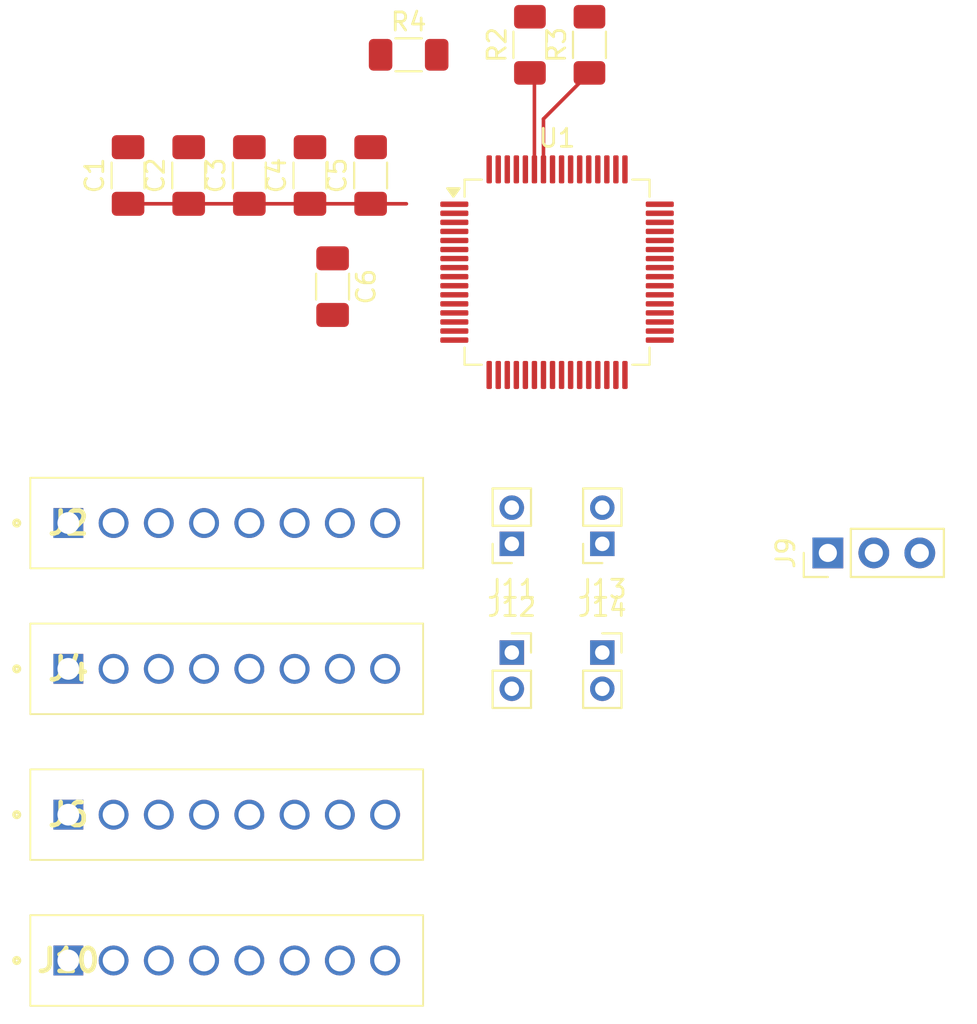
<source format=kicad_pcb>
(kicad_pcb (version 20240108) (generator "pcbnew") (generator_version "8.0")
  (layers (0 "F.Cu" signal) (31 "B.Cu" signal) (34 "B.Paste" user) (35 "F.Paste" user) (36 "B.SilkS" user "B.Silkscreen") (37 "F.SilkS" user "F.Silkscreen") (38 "B.Mask" user) (39 "F.Mask" user) (44 "Edge.Cuts" user))
  (net 0 "")
  (net 1 "+3.3V")
  (net 2 "GND")
  (net 3 "NRST")
  (net 4 "RES1")
  (net 5 "DC1")
  (net 6 "scl")
  (net 7 "sda")
  (net 8 "GPIO1")
  (net 14 "GPIO5")
  (net 16 "GPIO8")
  (net 18 "DC4")
  (net 20 "RES2")
  (net 21 "GPIO6")
  (net 25 "Net-(U1-BOOT0)")
  (net 28 "SCLK")
  (net 29 "GPIO3")
  (net 31 "SWCLK")
  (net 33 "RES3")
  (net 36 "GPIO7")
  (net 37 "DC2")
  (net 44 "SWDIO")
  (net 45 "MOSI")
  (net 49 "GPIO2")
  (net 53 "GPIO4")
  (net 56 "DC3")
  (net 57 "CS{slash}SS")
  (net 58 "RES4")
  (net 61 "/SW_BOOT0")
  (footprint "Connector_PinHeader_2.54mm:PinHeader_1x03_P2.54mm_Vertical" (layer "F.Cu") (at 150.96 85.5 90)
    (property "Reference" "J9" (at 0 -2.33 90) (layer "F.SilkS"))
    (property "Value" "Conn_01x03")
    (fp_line (start -1.33 -1.33) (end 0 -1.33) (stroke (width 0.12)) (layer "F.SilkS"))
    (fp_line (start -1.33 0) (end -1.33 -1.33) (stroke (width 0.12)) (layer "F.SilkS"))
    (fp_line (start 1.33 1.27) (end 1.33 6.41) (stroke (width 0.12)) (layer "F.SilkS"))
    (fp_line (start -1.33 1.27) (end 1.33 1.27) (stroke (width 0.12)) (layer "F.SilkS"))
    (fp_line (start -1.33 1.27) (end -1.33 6.41) (stroke (width 0.12)) (layer "F.SilkS"))
    (fp_line (start -1.33 6.41) (end 1.33 6.41) (stroke (width 0.12)) (layer "F.SilkS"))
    (pad "1" thru_hole rect (at 0 0 90) (size 1.7 1.7) (drill 1) (layers "*.Cu" "*.Mask") (net 31 "SWCLK"))
    (pad "2" thru_hole oval (at 0 2.54 90) (size 1.7 1.7) (drill 1) (layers "*.Cu" "*.Mask") (net 44 "SWDIO"))
    (pad "3" thru_hole oval (at 0 5.08 90) (size 1.7 1.7) (drill 1) (layers "*.Cu" "*.Mask") (net 3 "NRST"))
  )
  (footprint "ConnectorPT:1778612" (layer "F.Cu") (at 109 91.9)
    (property "Reference" "J4" (at 0 0 0) (layer "F.SilkS") (effects (font (size 1.27 1.27) (thickness 0.254))))
    (property "Value" "Conn_01x08" (hide yes))
    (fp_line (start -2.1 -2.5) (end 19.6 -2.5) (stroke (width 0.1)) (layer "F.SilkS"))
    (fp_line (start -2.1 2.5) (end -2.1 -2.5) (stroke (width 0.1)) (layer "F.SilkS"))
    (fp_line (start 19.6 -2.5) (end 19.6 2.5) (stroke (width 0.1)) (layer "F.SilkS"))
    (fp_line (start 19.6 2.5) (end -2.1 2.5) (stroke (width 0.1)) (layer "F.SilkS"))
    (fp_circle (center -2.85 0) (end -2.85 0.05) (stroke (width 0.2)) (fill none) (layer "F.SilkS"))
    (pad "1" thru_hole rect (at 0 0) (size 1.65 1.65) (drill 1.2) (layers "*.Cu" "*.Mask") (net 2 "GND"))
    (pad "2" thru_hole circle (at 2.5 0) (size 1.65 1.65) (drill 1.2) (layers "*.Cu" "*.Mask") (net 57 "CS{slash}SS"))
    (pad "3" thru_hole circle (at 5 0) (size 1.65 1.65) (drill 1.2) (layers "*.Cu" "*.Mask") (net 56 "DC3"))
    (pad "4" thru_hole circle (at 7.5 0) (size 1.65 1.65) (drill 1.2) (layers "*.Cu" "*.Mask") (net 33 "RES3"))
    (pad "5" thru_hole circle (at 10 0) (size 1.65 1.65) (drill 1.2) (layers "*.Cu" "*.Mask"))
    (pad "6" thru_hole circle (at 12.5 0) (size 1.65 1.65) (drill 1.2) (layers "*.Cu" "*.Mask") (net 28 "SCLK"))
    (pad "7" thru_hole circle (at 15 0) (size 1.65 1.65) (drill 1.2) (layers "*.Cu" "*.Mask") (net 1 "+3.3V"))
    (pad "8" thru_hole circle (at 17.5 0) (size 1.65 1.65) (drill 1.2) (layers "*.Cu" "*.Mask") (net 14 "GPIO5"))
  )
  (footprint "Connector_PinSocket_2.00mm:PinSocket_1x02_P2.00mm_Vertical" (layer "F.Cu") (at 133.5 91)
    (property "Reference" "J12" (at 0 -2.5 0) (layer "F.SilkS"))
    (property "Value" "Conn_01x02")
    (fp_line (start -1.06 1) (end -1.06 3.06) (stroke (width 0.12)) (layer "F.SilkS"))
    (fp_line (start -1.06 1) (end 1.06 1) (stroke (width 0.12)) (layer "F.SilkS"))
    (fp_line (start -1.06 3.06) (end 1.06 3.06) (stroke (width 0.12)) (layer "F.SilkS"))
    (fp_line (start 0 -1.06) (end 1.06 -1.06) (stroke (width 0.12)) (layer "F.SilkS"))
    (fp_line (start 1.06 -1.06) (end 1.06 0) (stroke (width 0.12)) (layer "F.SilkS"))
    (fp_line (start 1.06 1) (end 1.06 3.06) (stroke (width 0.12)) (layer "F.SilkS"))
    (pad "1" thru_hole rect (at 0 0) (size 1.35 1.35) (drill 0.8) (layers "*.Cu" "*.Mask") (net 2 "GND"))
    (pad "2" thru_hole oval (at 0 2) (size 1.35 1.35) (drill 0.8) (layers "*.Cu" "*.Mask") (net 53 "GPIO4"))
  )
  (footprint "Capacitor_SMD:C_1206_3216Metric_Pad1.33x1.80mm_HandSolder" (layer "F.Cu") (at 119 64.6625 90)
    (property "Reference" "C3" (at 0 -1.85 90) (layer "F.SilkS"))
    (property "Value" "100n")
    (fp_line (start -0.711252 -0.91) (end 0.711252 -0.91) (stroke (width 0.12)) (layer "F.SilkS"))
    (fp_line (start -0.711252 0.91) (end 0.711252 0.91) (stroke (width 0.12)) (layer "F.SilkS"))
    (pad "1" smd roundrect (at -1.5625 0 90) (size 1.325 1.8) (layers "F.Cu" "F.Paste" "F.Mask") (roundrect_rratio 0.188679) (net 1 "+3.3V"))
    (pad "2" smd roundrect (at 1.5625 0 90) (size 1.325 1.8) (layers "F.Cu" "F.Paste" "F.Mask") (roundrect_rratio 0.188679) (net 2 "GND"))
  )
  (footprint "Capacitor_SMD:C_1206_3216Metric_Pad1.33x1.80mm_HandSolder" (layer "F.Cu") (at 123.6 70.8 -90)
    (property "Reference" "C6" (at 0 -1.85 90) (layer "F.SilkS"))
    (property "Value" "100n")
    (fp_line (start -0.711252 0.91) (end 0.711252 0.91) (stroke (width 0.12)) (layer "F.SilkS"))
    (fp_line (start -0.711252 -0.91) (end 0.711252 -0.91) (stroke (width 0.12)) (layer "F.SilkS"))
    (pad "1" smd roundrect (at -1.5625 0 270) (size 1.325 1.8) (layers "F.Cu" "F.Paste" "F.Mask") (roundrect_rratio 0.188679) (net 3 "NRST"))
    (pad "2" smd roundrect (at 1.5625 0 270) (size 1.325 1.8) (layers "F.Cu" "F.Paste" "F.Mask") (roundrect_rratio 0.188679) (net 2 "GND"))
  )
  (footprint "ConnectorPT:1778612" (layer "F.Cu") (at 109 108)
    (property "Reference" "J10" (at 0 0 360) (layer "F.SilkS") (effects (font (size 1.27 1.27) (thickness 0.254))))
    (property "Value" "Conn_01x08" (hide yes))
    (fp_line (start -2.1 -2.5) (end 19.6 -2.5) (stroke (width 0.1)) (layer "F.SilkS"))
    (fp_line (start -2.1 2.5) (end -2.1 -2.5) (stroke (width 0.1)) (layer "F.SilkS"))
    (fp_line (start 19.6 -2.5) (end 19.6 2.5) (stroke (width 0.1)) (layer "F.SilkS"))
    (fp_line (start 19.6 2.5) (end -2.1 2.5) (stroke (width 0.1)) (layer "F.SilkS"))
    (fp_circle (center -2.85 0) (end -2.85 0.05) (stroke (width 0.2)) (fill none) (layer "F.SilkS"))
    (pad "1" thru_hole rect (at 0 0) (size 1.65 1.65) (drill 1.2) (layers "*.Cu" "*.Mask") (net 2 "GND"))
    (pad "2" thru_hole circle (at 2.5 0) (size 1.65 1.65) (drill 1.2) (layers "*.Cu" "*.Mask") (net 57 "CS{slash}SS"))
    (pad "3" thru_hole circle (at 5 0) (size 1.65 1.65) (drill 1.2) (layers "*.Cu" "*.Mask") (net 5 "DC1"))
    (pad "4" thru_hole circle (at 7.5 0) (size 1.65 1.65) (drill 1.2) (layers "*.Cu" "*.Mask") (net 4 "RES1"))
    (pad "5" thru_hole circle (at 10 0) (size 1.65 1.65) (drill 1.2) (layers "*.Cu" "*.Mask"))
    (pad "6" thru_hole circle (at 12.5 0) (size 1.65 1.65) (drill 1.2) (layers "*.Cu" "*.Mask") (net 28 "SCLK"))
    (pad "7" thru_hole circle (at 15 0) (size 1.65 1.65) (drill 1.2) (layers "*.Cu" "*.Mask") (net 1 "+3.3V"))
    (pad "8" thru_hole circle (at 17.5 0) (size 1.65 1.65) (drill 1.2) (layers "*.Cu" "*.Mask") (net 8 "GPIO1"))
  )
  (footprint "Package_QFP:LQFP-64_10x10mm_P0.5mm" (layer "F.Cu") (at 136 70)
    (property "Reference" "U1" (at 0 -7.4 0) (layer "F.SilkS"))
    (property "Value" "STM32H523RETx")
    (fp_line (start -5.11 -5.11) (end -5.11 -4.16) (stroke (width 0.12)) (layer "F.SilkS"))
    (fp_line (start -5.11 5.11) (end -5.11 4.16) (stroke (width 0.12)) (layer "F.SilkS"))
    (fp_line (start -4.16 -5.11) (end -5.11 -5.11) (stroke (width 0.12)) (layer "F.SilkS"))
    (fp_line (start -4.16 5.11) (end -5.11 5.11) (stroke (width 0.12)) (layer "F.SilkS"))
    (fp_line (start 4.16 -5.11) (end 5.11 -5.11) (stroke (width 0.12)) (layer "F.SilkS"))
    (fp_line (start 4.16 5.11) (end 5.11 5.11) (stroke (width 0.12)) (layer "F.SilkS"))
    (fp_line (start 5.11 -5.11) (end 5.11 -4.16) (stroke (width 0.12)) (layer "F.SilkS"))
    (fp_line (start 5.11 5.11) (end 5.11 4.16) (stroke (width 0.12)) (layer "F.SilkS"))
    (fp_poly (pts (xy -5.725 -4.16) (xy -6.065 -4.63) (xy -5.385 -4.63) (xy -5.725 -4.16)) (stroke (width 0.12)) (fill solid) (layer "F.SilkS"))
    (pad "1" smd roundrect (at -5.675 -3.75) (size 1.55 0.3) (layers "F.Cu" "F.Paste" "F.Mask") (net 1 "+3.3V"))
    (pad "2" smd roundrect (at -5.675 -3.25) (size 1.55 0.3) (layers "F.Cu" "F.Paste" "F.Mask"))
    (pad "3" smd roundrect (at -5.675 -2.75) (size 1.55 0.3) (layers "F.Cu" "F.Paste" "F.Mask"))
    (pad "4" smd roundrect (at -5.675 -2.25) (size 1.55 0.3) (layers "F.Cu" "F.Paste" "F.Mask"))
    (pad "5" smd roundrect (at -5.675 -1.75) (size 1.55 0.3) (layers "F.Cu" "F.Paste" "F.Mask"))
    (pad "6" smd roundrect (at -5.675 -1.25) (size 1.55 0.3) (layers "F.Cu" "F.Paste" "F.Mask"))
    (pad "7" smd roundrect (at -5.675 -0.75) (size 1.55 0.3) (layers "F.Cu" "F.Paste" "F.Mask") (net 3 "NRST"))
    (pad "8" smd roundrect (at -5.675 -0.25) (size 1.55 0.3) (layers "F.Cu" "F.Paste" "F.Mask") (net 5 "DC1"))
    (pad "9" smd roundrect (at -5.675 0.25) (size 1.55 0.3) (layers "F.Cu" "F.Paste" "F.Mask") (net 37 "DC2"))
    (pad "10" smd roundrect (at -5.675 0.75) (size 1.55 0.3) (layers "F.Cu" "F.Paste" "F.Mask") (net 56 "DC3"))
    (pad "11" smd roundrect (at -5.675 1.25) (size 1.55 0.3) (layers "F.Cu" "F.Paste" "F.Mask") (net 18 "DC4"))
    (pad "12" smd roundrect (at -5.675 1.75) (size 1.55 0.3) (layers "F.Cu" "F.Paste" "F.Mask") (net 2 "GND"))
    (pad "13" smd roundrect (at -5.675 2.25) (size 1.55 0.3) (layers "F.Cu" "F.Paste" "F.Mask"))
    (pad "14" smd roundrect (at -5.675 2.75) (size 1.55 0.3) (layers "F.Cu" "F.Paste" "F.Mask"))
    (pad "15" smd roundrect (at -5.675 3.25) (size 1.55 0.3) (layers "F.Cu" "F.Paste" "F.Mask"))
    (pad "16" smd roundrect (at -5.675 3.75) (size 1.55 0.3) (layers "F.Cu" "F.Paste" "F.Mask"))
    (pad "17" smd roundrect (at -3.75 5.675) (size 0.3 1.55) (layers "F.Cu" "F.Paste" "F.Mask"))
    (pad "18" smd roundrect (at -3.25 5.675) (size 0.3 1.55) (layers "F.Cu" "F.Paste" "F.Mask") (net 2 "GND"))
    (pad "19" smd roundrect (at -2.75 5.675) (size 0.3 1.55) (layers "F.Cu" "F.Paste" "F.Mask") (net 1 "+3.3V"))
    (pad "20" smd roundrect (at -2.25 5.675) (size 0.3 1.55) (layers "F.Cu" "F.Paste" "F.Mask") (net 57 "CS{slash}SS"))
    (pad "21" smd roundrect (at -1.75 5.675) (size 0.3 1.55) (layers "F.Cu" "F.Paste" "F.Mask") (net 28 "SCLK"))
    (pad "22" smd roundrect (at -1.25 5.675) (size 0.3 1.55) (layers "F.Cu" "F.Paste" "F.Mask"))
    (pad "23" smd roundrect (at -0.75 5.675) (size 0.3 1.55) (layers "F.Cu" "F.Paste" "F.Mask") (net 45 "MOSI"))
    (pad "24" smd roundrect (at -0.25 5.675) (size 0.3 1.55) (layers "F.Cu" "F.Paste" "F.Mask"))
    (pad "25" smd roundrect (at 0.25 5.675) (size 0.3 1.55) (layers "F.Cu" "F.Paste" "F.Mask"))
    (pad "26" smd roundrect (at 0.75 5.675) (size 0.3 1.55) (layers "F.Cu" "F.Paste" "F.Mask") (net 8 "GPIO1"))
    (pad "27" smd roundrect (at 1.25 5.675) (size 0.3 1.55) (layers "F.Cu" "F.Paste" "F.Mask") (net 49 "GPIO2"))
    (pad "28" smd roundrect (at 1.75 5.675) (size 0.3 1.55) (layers "F.Cu" "F.Paste" "F.Mask") (net 29 "GPIO3"))
    (pad "29" smd roundrect (at 2.25 5.675) (size 0.3 1.55) (layers "F.Cu" "F.Paste" "F.Mask") (net 21 "GPIO6"))
    (pad "30" smd roundrect (at 2.75 5.675) (size 0.3 1.55) (layers "F.Cu" "F.Paste" "F.Mask"))
    (pad "31" smd roundrect (at 3.25 5.675) (size 0.3 1.55) (layers "F.Cu" "F.Paste" "F.Mask") (net 2 "GND"))
    (pad "32" smd roundrect (at 3.75 5.675) (size 0.3 1.55) (layers "F.Cu" "F.Paste" "F.Mask") (net 1 "+3.3V"))
    (pad "33" smd roundrect (at 5.675 3.75) (size 1.55 0.3) (layers "F.Cu" "F.Paste" "F.Mask") (net 36 "GPIO7"))
    (pad "34" smd roundrect (at 5.675 3.25) (size 1.55 0.3) (layers "F.Cu" "F.Paste" "F.Mask") (net 16 "GPIO8"))
    (pad "35" smd roundrect (at 5.675 2.75) (size 1.55 0.3) (layers "F.Cu" "F.Paste" "F.Mask"))
    (pad "36" smd roundrect (at 5.675 2.25) (size 1.55 0.3) (layers "F.Cu" "F.Paste" "F.Mask"))
    (pad "37" smd roundrect (at 5.675 1.75) (size 1.55 0.3) (layers "F.Cu" "F.Paste" "F.Mask"))
    (pad "38" smd roundrect (at 5.675 1.25) (size 1.55 0.3) (layers "F.Cu" "F.Paste" "F.Mask"))
    (pad "39" smd roundrect (at 5.675 0.75) (size 1.55 0.3) (layers "F.Cu" "F.Paste" "F.Mask"))
    (pad "40" smd roundrect (at 5.675 0.25) (size 1.55 0.3) (layers "F.Cu" "F.Paste" "F.Mask"))
    (pad "41" smd roundrect (at 5.675 -0.25) (size 1.55 0.3) (layers "F.Cu" "F.Paste" "F.Mask") (net 4 "RES1"))
    (pad "42" smd roundrect (at 5.675 -0.75) (size 1.55 0.3) (layers "F.Cu" "F.Paste" "F.Mask") (net 20 "RES2"))
    (pad "43" smd roundrect (at 5.675 -1.25) (size 1.55 0.3) (layers "F.Cu" "F.Paste" "F.Mask") (net 33 "RES3"))
    (pad "44" smd roundrect (at 5.675 -1.75) (size 1.55 0.3) (layers "F.Cu" "F.Paste" "F.Mask") (net 58 "RES4"))
    (pad "45" smd roundrect (at 5.675 -2.25) (size 1.55 0.3) (layers "F.Cu" "F.Paste" "F.Mask"))
    (pad "46" smd roundrect (at 5.675 -2.75) (size 1.55 0.3) (layers "F.Cu" "F.Paste" "F.Mask") (net 44 "SWDIO"))
    (pad "47" smd roundrect (at 5.675 -3.25) (size 1.55 0.3) (layers "F.Cu" "F.Paste" "F.Mask") (net 2 "GND"))
    (pad "48" smd roundrect (at 5.675 -3.75) (size 1.55 0.3) (layers "F.Cu" "F.Paste" "F.Mask") (net 1 "+3.3V"))
    (pad "49" smd roundrect (at 3.75 -5.675) (size 0.3 1.55) (layers "F.Cu" "F.Paste" "F.Mask") (net 31 "SWCLK"))
    (pad "50" smd roundrect (at 3.25 -5.675) (size 0.3 1.55) (layers "F.Cu" "F.Paste" "F.Mask"))
    (pad "51" smd roundrect (at 2.75 -5.675) (size 0.3 1.55) (layers "F.Cu" "F.Paste" "F.Mask"))
    (pad "52" smd roundrect (at 2.25 -5.675) (size 0.3 1.55) (layers "F.Cu" "F.Paste" "F.Mask"))
    (pad "53" smd roundrect (at 1.75 -5.675) (size 0.3 1.55) (layers "F.Cu" "F.Paste" "F.Mask"))
    (pad "54" smd roundrect (at 1.25 -5.675) (size 0.3 1.55) (layers "F.Cu" "F.Paste" "F.Mask"))
    (pad "55" smd roundrect (at 0.75 -5.675) (size 0.3 1.55) (layers "F.Cu" "F.Paste" "F.Mask"))
    (pad "56" smd roundrect (at 0.25 -5.675) (size 0.3 1.55) (layers "F.Cu" "F.Paste" "F.Mask"))
    (pad "57" smd roundrect (at -0.25 -5.675) (size 0.3 1.55) (layers "F.Cu" "F.Paste" "F.Mask") (net 53 "GPIO4"))
    (pad "58" smd roundrect (at -0.75 -5.675) (size 0.3 1.55) (layers "F.Cu" "F.Paste" "F.Mask") (net 7 "sda"))
    (pad "59" smd roundrect (at -1.25 -5.675) (size 0.3 1.55) (layers "F.Cu" "F.Paste" "F.Mask") (net 6 "scl"))
    (pad "60" smd roundrect (at -1.75 -5.675) (size 0.3 1.55) (layers "F.Cu" "F.Paste" "F.Mask") (net 25 "Net-(U1-BOOT0)"))
    (pad "61" smd roundrect (at -2.25 -5.675) (size 0.3 1.55) (layers "F.Cu" "F.Paste" "F.Mask") (net 14 "GPIO5"))
    (pad "62" smd roundrect (at -2.75 -5.675) (size 0.3 1.55) (layers "F.Cu" "F.Paste" "F.Mask"))
    (pad "63" smd roundrect (at -3.25 -5.675) (size 0.3 1.55) (layers "F.Cu" "F.Paste" "F.Mask") (net 2 "GND"))
    (pad "64" smd roundrect (at -3.75 -5.675) (size 0.3 1.55) (layers "F.Cu" "F.Paste" "F.Mask") (net 1 "+3.3V"))
  )
  (footprint "ConnectorPT:1778612" (layer "F.Cu") (at 109 99.95)
    (property "Reference" "J6" (at 0 0 0) (layer "F.SilkS") (effects (font (size 1.27 1.27) (thickness 0.254))))
    (property "Value" "Conn_01x08" (hide yes))
    (fp_line (start -2.1 -2.5) (end 19.6 -2.5) (stroke (width 0.1)) (layer "F.SilkS"))
    (fp_line (start -2.1 2.5) (end -2.1 -2.5) (stroke (width 0.1)) (layer "F.SilkS"))
    (fp_line (start 19.6 -2.5) (end 19.6 2.5) (stroke (width 0.1)) (layer "F.SilkS"))
    (fp_line (start 19.6 2.5) (end -2.1 2.5) (stroke (width 0.1)) (layer "F.SilkS"))
    (fp_circle (center -2.85 0) (end -2.85 0.05) (stroke (width 0.2)) (fill none) (layer "F.SilkS"))
    (pad "1" thru_hole rect (at 0 0) (size 1.65 1.65) (drill 1.2) (layers "*.Cu" "*.Mask") (net 2 "GND"))
    (pad "2" thru_hole circle (at 2.5 0) (size 1.65 1.65) (drill 1.2) (layers "*.Cu" "*.Mask") (net 57 "CS{slash}SS"))
    (pad "3" thru_hole circle (at 5 0) (size 1.65 1.65) (drill 1.2) (layers "*.Cu" "*.Mask") (net 18 "DC4"))
    (pad "4" thru_hole circle (at 7.5 0) (size 1.65 1.65) (drill 1.2) (layers "*.Cu" "*.Mask") (net 58 "RES4"))
    (pad "5" thru_hole circle (at 10 0) (size 1.65 1.65) (drill 1.2) (layers "*.Cu" "*.Mask"))
    (pad "6" thru_hole circle (at 12.5 0) (size 1.65 1.65) (drill 1.2) (layers "*.Cu" "*.Mask") (net 28 "SCLK"))
    (pad "7" thru_hole circle (at 15 0) (size 1.65 1.65) (drill 1.2) (layers "*.Cu" "*.Mask") (net 1 "+3.3V"))
    (pad "8" thru_hole circle (at 17.5 0) (size 1.65 1.65) (drill 1.2) (layers "*.Cu" "*.Mask") (net 36 "GPIO7"))
  )
  (footprint "Connector_PinSocket_2.00mm:PinSocket_1x02_P2.00mm_Vertical" (layer "F.Cu") (at 138.5 91)
    (property "Reference" "J14" (at 0 -2.5 360) (layer "F.SilkS"))
    (property "Value" "Conn_01x02")
    (fp_line (start -1.06 1) (end -1.06 3.06) (stroke (width 0.12)) (layer "F.SilkS"))
    (fp_line (start -1.06 1) (end 1.06 1) (stroke (width 0.12)) (layer "F.SilkS"))
    (fp_line (start -1.06 3.06) (end 1.06 3.06) (stroke (width 0.12)) (layer "F.SilkS"))
    (fp_line (start 0 -1.06) (end 1.06 -1.06) (stroke (width 0.12)) (layer "F.SilkS"))
    (fp_line (start 1.06 -1.06) (end 1.06 0) (stroke (width 0.12)) (layer "F.SilkS"))
    (fp_line (start 1.06 1) (end 1.06 3.06) (stroke (width 0.12)) (layer "F.SilkS"))
    (pad "1" thru_hole rect (at 0 0) (size 1.35 1.35) (drill 0.8) (layers "*.Cu" "*.Mask") (net 2 "GND"))
    (pad "2" thru_hole oval (at 0 2) (size 1.35 1.35) (drill 0.8) (layers "*.Cu" "*.Mask") (net 16 "GPIO8"))
  )
  (footprint "Connector_PinSocket_2.00mm:PinSocket_1x02_P2.00mm_Vertical" (layer "F.Cu") (at 138.5 85 180)
    (property "Reference" "J13" (at 0 -2.5 360) (layer "F.SilkS"))
    (property "Value" "Conn_01x02")
    (fp_line (start 1.06 1) (end 1.06 3.06) (stroke (width 0.12)) (layer "F.SilkS"))
    (fp_line (start 1.06 -1.06) (end 1.06 0) (stroke (width 0.12)) (layer "F.SilkS"))
    (fp_line (start 0 -1.06) (end 1.06 -1.06) (stroke (width 0.12)) (layer "F.SilkS"))
    (fp_line (start -1.06 3.06) (end 1.06 3.06) (stroke (width 0.12)) (layer "F.SilkS"))
    (fp_line (start -1.06 1) (end 1.06 1) (stroke (width 0.12)) (layer "F.SilkS"))
    (fp_line (start -1.06 1) (end -1.06 3.06) (stroke (width 0.12)) (layer "F.SilkS"))
    (pad "1" thru_hole rect (at 0 0 180) (size 1.35 1.35) (drill 0.8) (layers "*.Cu" "*.Mask") (net 2 "GND"))
    (pad "2" thru_hole oval (at 0 2 180) (size 1.35 1.35) (drill 0.8) (layers "*.Cu" "*.Mask") (net 21 "GPIO6"))
  )
  (footprint "Connector_PinSocket_2.00mm:PinSocket_1x02_P2.00mm_Vertical" (layer "F.Cu") (at 133.5 85 180)
    (property "Reference" "J11" (at 0 -2.5 360) (layer "F.SilkS"))
    (property "Value" "Conn_01x02")
    (fp_line (start 1.06 1) (end 1.06 3.06) (stroke (width 0.12)) (layer "F.SilkS"))
    (fp_line (start 1.06 -1.06) (end 1.06 0) (stroke (width 0.12)) (layer "F.SilkS"))
    (fp_line (start 0 -1.06) (end 1.06 -1.06) (stroke (width 0.12)) (layer "F.SilkS"))
    (fp_line (start -1.06 3.06) (end 1.06 3.06) (stroke (width 0.12)) (layer "F.SilkS"))
    (fp_line (start -1.06 1) (end 1.06 1) (stroke (width 0.12)) (layer "F.SilkS"))
    (fp_line (start -1.06 1) (end -1.06 3.06) (stroke (width 0.12)) (layer "F.SilkS"))
    (pad "1" thru_hole rect (at 0 0 180) (size 1.35 1.35) (drill 0.8) (layers "*.Cu" "*.Mask") (net 2 "GND"))
    (pad "2" thru_hole oval (at 0 2 180) (size 1.35 1.35) (drill 0.8) (layers "*.Cu" "*.Mask") (net 49 "GPIO2"))
  )
  (footprint "Capacitor_SMD:C_1206_3216Metric_Pad1.33x1.80mm_HandSolder" (layer "F.Cu") (at 112.3 64.6625 90)
    (property "Reference" "C1" (at 0 -1.85 90) (layer "F.SilkS"))
    (property "Value" "10u")
    (fp_line (start -0.711252 -0.91) (end 0.711252 -0.91) (stroke (width 0.12)) (layer "F.SilkS"))
    (fp_line (start -0.711252 0.91) (end 0.711252 0.91) (stroke (width 0.12)) (layer "F.SilkS"))
    (pad "1" smd roundrect (at -1.5625 0 90) (size 1.325 1.8) (layers "F.Cu" "F.Paste" "F.Mask") (roundrect_rratio 0.188679) (net 1 "+3.3V"))
    (pad "2" smd roundrect (at 1.5625 0 90) (size 1.325 1.8) (layers "F.Cu" "F.Paste" "F.Mask") (roundrect_rratio 0.188679) (net 2 "GND"))
  )
  (footprint "Capacitor_SMD:C_1206_3216Metric_Pad1.33x1.80mm_HandSolder" (layer "F.Cu") (at 125.7 64.6625 90)
    (property "Reference" "C5" (at 0 -1.85 90) (layer "F.SilkS"))
    (property "Value" "100n")
    (fp_line (start -0.711252 -0.91) (end 0.711252 -0.91) (stroke (width 0.12)) (layer "F.SilkS"))
    (fp_line (start -0.711252 0.91) (end 0.711252 0.91) (stroke (width 0.12)) (layer "F.SilkS"))
    (pad "1" smd roundrect (at -1.5625 0 90) (size 1.325 1.8) (layers "F.Cu" "F.Paste" "F.Mask") (roundrect_rratio 0.188679) (net 1 "+3.3V"))
    (pad "2" smd roundrect (at 1.5625 0 90) (size 1.325 1.8) (layers "F.Cu" "F.Paste" "F.Mask") (roundrect_rratio 0.188679) (net 2 "GND"))
  )
  (footprint "Resistor_SMD:R_1206_3216Metric_Pad1.30x1.75mm_HandSolder" (layer "F.Cu") (at 134.5 57.45 90)
    (property "Reference" "R2" (at 0 -1.82 90) (layer "F.SilkS"))
    (property "Value" "4k7")
    (fp_line (start -0.727064 -0.91) (end 0.727064 -0.91) (stroke (width 0.12)) (layer "F.SilkS"))
    (fp_line (start -0.727064 0.91) (end 0.727064 0.91) (stroke (width 0.12)) (layer "F.SilkS"))
    (pad "1" smd roundrect (at -1.55 0 90) (size 1.3 1.75) (layers "F.Cu" "F.Paste" "F.Mask") (roundrect_rratio 0.192308) (net 6 "scl"))
    (pad "2" smd roundrect (at 1.55 0 90) (size 1.3 1.75) (layers "F.Cu" "F.Paste" "F.Mask") (roundrect_rratio 0.192308) (net 1 "+3.3V"))
  )
  (footprint "Capacitor_SMD:C_1206_3216Metric_Pad1.33x1.80mm_HandSolder" (layer "F.Cu") (at 122.35 64.6625 90)
    (property "Reference" "C4" (at 0 -1.85 90) (layer "F.SilkS"))
    (property "Value" "100n")
    (fp_line (start -0.711252 -0.91) (end 0.711252 -0.91) (stroke (width 0.12)) (layer "F.SilkS"))
    (fp_line (start -0.711252 0.91) (end 0.711252 0.91) (stroke (width 0.12)) (layer "F.SilkS"))
    (pad "1" smd roundrect (at -1.5625 0 90) (size 1.325 1.8) (layers "F.Cu" "F.Paste" "F.Mask") (roundrect_rratio 0.188679) (net 1 "+3.3V"))
    (pad "2" smd roundrect (at 1.5625 0 90) (size 1.325 1.8) (layers "F.Cu" "F.Paste" "F.Mask") (roundrect_rratio 0.188679) (net 2 "GND"))
  )
  (footprint "Capacitor_SMD:C_1206_3216Metric_Pad1.33x1.80mm_HandSolder" (layer "F.Cu") (at 115.65 64.6625 90)
    (property "Reference" "C2" (at 0 -1.85 90) (layer "F.SilkS"))
    (property "Value" "100n")
    (fp_line (start -0.711252 -0.91) (end 0.711252 -0.91) (stroke (width 0.12)) (layer "F.SilkS"))
    (fp_line (start -0.711252 0.91) (end 0.711252 0.91) (stroke (width 0.12)) (layer "F.SilkS"))
    (pad "1" smd roundrect (at -1.5625 0 90) (size 1.325 1.8) (layers "F.Cu" "F.Paste" "F.Mask") (roundrect_rratio 0.188679) (net 1 "+3.3V"))
    (pad "2" smd roundrect (at 1.5625 0 90) (size 1.325 1.8) (layers "F.Cu" "F.Paste" "F.Mask") (roundrect_rratio 0.188679) (net 2 "GND"))
  )
  (footprint "ConnectorPT:1778612" (layer "F.Cu") (at 109 83.85)
    (property "Reference" "J2" (at 0 0 0) (layer "F.SilkS") (effects (font (size 1.27 1.27) (thickness 0.254))))
    (property "Value" "Conn_01x08" (hide yes))
    (fp_line (start -2.1 -2.5) (end 19.6 -2.5) (stroke (width 0.1)) (layer "F.SilkS"))
    (fp_line (start -2.1 2.5) (end -2.1 -2.5) (stroke (width 0.1)) (layer "F.SilkS"))
    (fp_line (start 19.6 -2.5) (end 19.6 2.5) (stroke (width 0.1)) (layer "F.SilkS"))
    (fp_line (start 19.6 2.5) (end -2.1 2.5) (stroke (width 0.1)) (layer "F.SilkS"))
    (fp_circle (center -2.85 0) (end -2.85 0.05) (stroke (width 0.2)) (fill none) (layer "F.SilkS"))
    (pad "1" thru_hole rect (at 0 0) (size 1.65 1.65) (drill 1.2) (layers "*.Cu" "*.Mask") (net 2 "GND"))
    (pad "2" thru_hole circle (at 2.5 0) (size 1.65 1.65) (drill 1.2) (layers "*.Cu" "*.Mask") (net 57 "CS{slash}SS"))
    (pad "3" thru_hole circle (at 5 0) (size 1.65 1.65) (drill 1.2) (layers "*.Cu" "*.Mask") (net 37 "DC2"))
    (pad "4" thru_hole circle (at 7.5 0) (size 1.65 1.65) (drill 1.2) (layers "*.Cu" "*.Mask") (net 20 "RES2"))
    (pad "5" thru_hole circle (at 10 0) (size 1.65 1.65) (drill 1.2) (layers "*.Cu" "*.Mask"))
    (pad "6" thru_hole circle (at 12.5 0) (size 1.65 1.65) (drill 1.2) (layers "*.Cu" "*.Mask") (net 28 "SCLK"))
    (pad "7" thru_hole circle (at 15 0) (size 1.65 1.65) (drill 1.2) (layers "*.Cu" "*.Mask") (net 1 "+3.3V"))
    (pad "8" thru_hole circle (at 17.5 0) (size 1.65 1.65) (drill 1.2) (layers "*.Cu" "*.Mask") (net 29 "GPIO3"))
  )
  (footprint "Resistor_SMD:R_1206_3216Metric_Pad1.30x1.75mm_HandSolder" (layer "F.Cu") (at 137.79 57.45 90)
    (property "Reference" "R3" (at 0 -1.82 90) (layer "F.SilkS"))
    (property "Value" "4k7")
    (fp_line (start -0.727064 -0.91) (end 0.727064 -0.91) (stroke (width 0.12)) (layer "F.SilkS"))
    (fp_line (start -0.727064 0.91) (end 0.727064 0.91) (stroke (width 0.12)) (layer "F.SilkS"))
    (pad "1" smd roundrect (at -1.55 0 90) (size 1.3 1.75) (layers "F.Cu" "F.Paste" "F.Mask") (roundrect_rratio 0.192308) (net 7 "sda"))
    (pad "2" smd roundrect (at 1.55 0 90) (size 1.3 1.75) (layers "F.Cu" "F.Paste" "F.Mask") (roundrect_rratio 0.192308) (net 1 "+3.3V"))
  )
  (footprint "Resistor_SMD:R_1206_3216Metric_Pad1.30x1.75mm_HandSolder" (layer "F.Cu") (at 127.8 58)
    (property "Reference" "R4" (at 0 -1.82 0) (layer "F.SilkS"))
    (property "Value" "10k")
    (fp_line (start -0.727064 -0.91) (end 0.727064 -0.91) (stroke (width 0.12)) (layer "F.SilkS"))
    (fp_line (start -0.727064 0.91) (end 0.727064 0.91) (stroke (width 0.12)) (layer "F.SilkS"))
    (pad "1" smd roundrect (at -1.55 0) (size 1.3 1.75) (layers "F.Cu" "F.Paste" "F.Mask") (roundrect_rratio 0.192308) (net 61 "/SW_BOOT0"))
    (pad "2" smd roundrect (at 1.55 0) (size 1.3 1.75) (layers "F.Cu" "F.Paste" "F.Mask") (roundrect_rratio 0.192308) (net 25 "Net-(U1-BOOT0)"))
  )
  (segment (start 125.7 66.225) (end 125.725 66.25) (width 0.2) (layer "F.Cu") (net 1))
  (segment (start 125.7 66.225) (end 127.675 66.225) (width 0.2) (layer "F.Cu") (net 1))
  (segment (start 125.7 66.225) (end 112.3 66.225) (width 0.2) (layer "F.Cu") (net 1))
  (segment (start 134.75 64.325) (end 134.75 59.25) (width 0.2) (layer "F.Cu") (net 6))
  (segment (start 134.75 59.25) (end 134.5 59) (width 0.2) (layer "F.Cu") (net 6))
  (segment (start 135.25 64.325) (end 135.25 61.54) (width 0.2) (layer "F.Cu") (net 7))
  (segment (start 135.25 61.54) (end 137.79 59) (width 0.2) (layer "F.Cu") (net 7))
)
</source>
